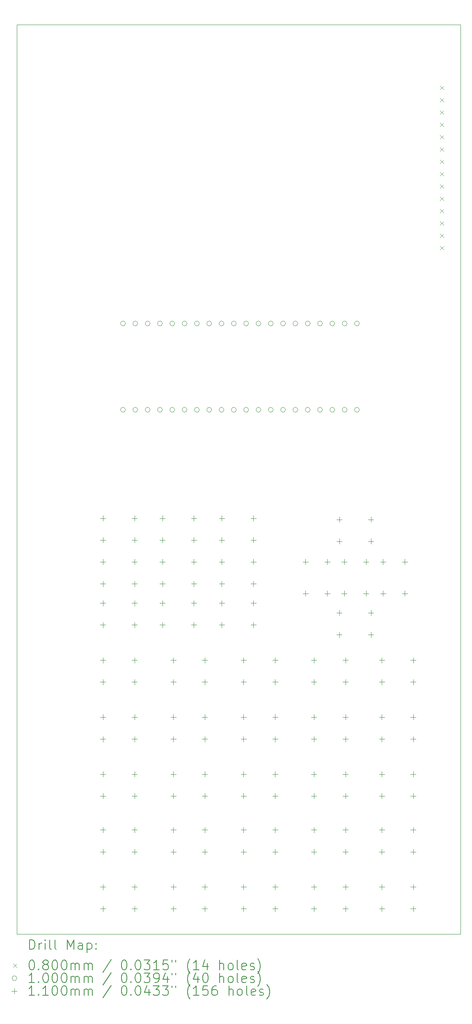
<source format=gbr>
%TF.GenerationSoftware,KiCad,Pcbnew,9.0.3-9.0.3-0~ubuntu24.04.1*%
%TF.CreationDate,2025-09-17T21:15:32+02:00*%
%TF.ProjectId,PCB_ SEPARATED,5043425f-2053-4455-9041-52415445442e,rev?*%
%TF.SameCoordinates,Original*%
%TF.FileFunction,Drillmap*%
%TF.FilePolarity,Positive*%
%FSLAX45Y45*%
G04 Gerber Fmt 4.5, Leading zero omitted, Abs format (unit mm)*
G04 Created by KiCad (PCBNEW 9.0.3-9.0.3-0~ubuntu24.04.1) date 2025-09-17 21:15:32*
%MOMM*%
%LPD*%
G01*
G04 APERTURE LIST*
%ADD10C,0.050000*%
%ADD11C,0.200000*%
%ADD12C,0.100000*%
%ADD13C,0.110000*%
G04 APERTURE END LIST*
D10*
X3946000Y-1450000D02*
X13096000Y-1450000D01*
X13096000Y-20200000D01*
X3946000Y-20200000D01*
X3946000Y-1450000D01*
D11*
D12*
X12670000Y-2709000D02*
X12750000Y-2789000D01*
X12750000Y-2709000D02*
X12670000Y-2789000D01*
X12670000Y-2963000D02*
X12750000Y-3043000D01*
X12750000Y-2963000D02*
X12670000Y-3043000D01*
X12670000Y-3217000D02*
X12750000Y-3297000D01*
X12750000Y-3217000D02*
X12670000Y-3297000D01*
X12670000Y-3471000D02*
X12750000Y-3551000D01*
X12750000Y-3471000D02*
X12670000Y-3551000D01*
X12670000Y-3725000D02*
X12750000Y-3805000D01*
X12750000Y-3725000D02*
X12670000Y-3805000D01*
X12670000Y-3979000D02*
X12750000Y-4059000D01*
X12750000Y-3979000D02*
X12670000Y-4059000D01*
X12670000Y-4233000D02*
X12750000Y-4313000D01*
X12750000Y-4233000D02*
X12670000Y-4313000D01*
X12670000Y-4487000D02*
X12750000Y-4567000D01*
X12750000Y-4487000D02*
X12670000Y-4567000D01*
X12670000Y-4741000D02*
X12750000Y-4821000D01*
X12750000Y-4741000D02*
X12670000Y-4821000D01*
X12670000Y-4995000D02*
X12750000Y-5075000D01*
X12750000Y-4995000D02*
X12670000Y-5075000D01*
X12670000Y-5249000D02*
X12750000Y-5329000D01*
X12750000Y-5249000D02*
X12670000Y-5329000D01*
X12670000Y-5503000D02*
X12750000Y-5583000D01*
X12750000Y-5503000D02*
X12670000Y-5583000D01*
X12670000Y-5757000D02*
X12750000Y-5837000D01*
X12750000Y-5757000D02*
X12670000Y-5837000D01*
X12670000Y-6011000D02*
X12750000Y-6091000D01*
X12750000Y-6011000D02*
X12670000Y-6091000D01*
X6183000Y-7611000D02*
G75*
G02*
X6083000Y-7611000I-50000J0D01*
G01*
X6083000Y-7611000D02*
G75*
G02*
X6183000Y-7611000I50000J0D01*
G01*
X6183000Y-9389000D02*
G75*
G02*
X6083000Y-9389000I-50000J0D01*
G01*
X6083000Y-9389000D02*
G75*
G02*
X6183000Y-9389000I50000J0D01*
G01*
X6437000Y-7611000D02*
G75*
G02*
X6337000Y-7611000I-50000J0D01*
G01*
X6337000Y-7611000D02*
G75*
G02*
X6437000Y-7611000I50000J0D01*
G01*
X6437000Y-9389000D02*
G75*
G02*
X6337000Y-9389000I-50000J0D01*
G01*
X6337000Y-9389000D02*
G75*
G02*
X6437000Y-9389000I50000J0D01*
G01*
X6691000Y-7611000D02*
G75*
G02*
X6591000Y-7611000I-50000J0D01*
G01*
X6591000Y-7611000D02*
G75*
G02*
X6691000Y-7611000I50000J0D01*
G01*
X6691000Y-9389000D02*
G75*
G02*
X6591000Y-9389000I-50000J0D01*
G01*
X6591000Y-9389000D02*
G75*
G02*
X6691000Y-9389000I50000J0D01*
G01*
X6945000Y-7611000D02*
G75*
G02*
X6845000Y-7611000I-50000J0D01*
G01*
X6845000Y-7611000D02*
G75*
G02*
X6945000Y-7611000I50000J0D01*
G01*
X6945000Y-9389000D02*
G75*
G02*
X6845000Y-9389000I-50000J0D01*
G01*
X6845000Y-9389000D02*
G75*
G02*
X6945000Y-9389000I50000J0D01*
G01*
X7199000Y-7611000D02*
G75*
G02*
X7099000Y-7611000I-50000J0D01*
G01*
X7099000Y-7611000D02*
G75*
G02*
X7199000Y-7611000I50000J0D01*
G01*
X7199000Y-9389000D02*
G75*
G02*
X7099000Y-9389000I-50000J0D01*
G01*
X7099000Y-9389000D02*
G75*
G02*
X7199000Y-9389000I50000J0D01*
G01*
X7453000Y-7611000D02*
G75*
G02*
X7353000Y-7611000I-50000J0D01*
G01*
X7353000Y-7611000D02*
G75*
G02*
X7453000Y-7611000I50000J0D01*
G01*
X7453000Y-9389000D02*
G75*
G02*
X7353000Y-9389000I-50000J0D01*
G01*
X7353000Y-9389000D02*
G75*
G02*
X7453000Y-9389000I50000J0D01*
G01*
X7707000Y-7611000D02*
G75*
G02*
X7607000Y-7611000I-50000J0D01*
G01*
X7607000Y-7611000D02*
G75*
G02*
X7707000Y-7611000I50000J0D01*
G01*
X7707000Y-9389000D02*
G75*
G02*
X7607000Y-9389000I-50000J0D01*
G01*
X7607000Y-9389000D02*
G75*
G02*
X7707000Y-9389000I50000J0D01*
G01*
X7961000Y-7611000D02*
G75*
G02*
X7861000Y-7611000I-50000J0D01*
G01*
X7861000Y-7611000D02*
G75*
G02*
X7961000Y-7611000I50000J0D01*
G01*
X7961000Y-9389000D02*
G75*
G02*
X7861000Y-9389000I-50000J0D01*
G01*
X7861000Y-9389000D02*
G75*
G02*
X7961000Y-9389000I50000J0D01*
G01*
X8215000Y-7611000D02*
G75*
G02*
X8115000Y-7611000I-50000J0D01*
G01*
X8115000Y-7611000D02*
G75*
G02*
X8215000Y-7611000I50000J0D01*
G01*
X8215000Y-9389000D02*
G75*
G02*
X8115000Y-9389000I-50000J0D01*
G01*
X8115000Y-9389000D02*
G75*
G02*
X8215000Y-9389000I50000J0D01*
G01*
X8469000Y-7611000D02*
G75*
G02*
X8369000Y-7611000I-50000J0D01*
G01*
X8369000Y-7611000D02*
G75*
G02*
X8469000Y-7611000I50000J0D01*
G01*
X8469000Y-9389000D02*
G75*
G02*
X8369000Y-9389000I-50000J0D01*
G01*
X8369000Y-9389000D02*
G75*
G02*
X8469000Y-9389000I50000J0D01*
G01*
X8723000Y-7611000D02*
G75*
G02*
X8623000Y-7611000I-50000J0D01*
G01*
X8623000Y-7611000D02*
G75*
G02*
X8723000Y-7611000I50000J0D01*
G01*
X8723000Y-9389000D02*
G75*
G02*
X8623000Y-9389000I-50000J0D01*
G01*
X8623000Y-9389000D02*
G75*
G02*
X8723000Y-9389000I50000J0D01*
G01*
X8977000Y-7611000D02*
G75*
G02*
X8877000Y-7611000I-50000J0D01*
G01*
X8877000Y-7611000D02*
G75*
G02*
X8977000Y-7611000I50000J0D01*
G01*
X8977000Y-9389000D02*
G75*
G02*
X8877000Y-9389000I-50000J0D01*
G01*
X8877000Y-9389000D02*
G75*
G02*
X8977000Y-9389000I50000J0D01*
G01*
X9231000Y-7611000D02*
G75*
G02*
X9131000Y-7611000I-50000J0D01*
G01*
X9131000Y-7611000D02*
G75*
G02*
X9231000Y-7611000I50000J0D01*
G01*
X9231000Y-9389000D02*
G75*
G02*
X9131000Y-9389000I-50000J0D01*
G01*
X9131000Y-9389000D02*
G75*
G02*
X9231000Y-9389000I50000J0D01*
G01*
X9485000Y-7611000D02*
G75*
G02*
X9385000Y-7611000I-50000J0D01*
G01*
X9385000Y-7611000D02*
G75*
G02*
X9485000Y-7611000I50000J0D01*
G01*
X9485000Y-9389000D02*
G75*
G02*
X9385000Y-9389000I-50000J0D01*
G01*
X9385000Y-9389000D02*
G75*
G02*
X9485000Y-9389000I50000J0D01*
G01*
X9739000Y-7611000D02*
G75*
G02*
X9639000Y-7611000I-50000J0D01*
G01*
X9639000Y-7611000D02*
G75*
G02*
X9739000Y-7611000I50000J0D01*
G01*
X9739000Y-9389000D02*
G75*
G02*
X9639000Y-9389000I-50000J0D01*
G01*
X9639000Y-9389000D02*
G75*
G02*
X9739000Y-9389000I50000J0D01*
G01*
X9993000Y-7611000D02*
G75*
G02*
X9893000Y-7611000I-50000J0D01*
G01*
X9893000Y-7611000D02*
G75*
G02*
X9993000Y-7611000I50000J0D01*
G01*
X9993000Y-9389000D02*
G75*
G02*
X9893000Y-9389000I-50000J0D01*
G01*
X9893000Y-9389000D02*
G75*
G02*
X9993000Y-9389000I50000J0D01*
G01*
X10247000Y-7611000D02*
G75*
G02*
X10147000Y-7611000I-50000J0D01*
G01*
X10147000Y-7611000D02*
G75*
G02*
X10247000Y-7611000I50000J0D01*
G01*
X10247000Y-9389000D02*
G75*
G02*
X10147000Y-9389000I-50000J0D01*
G01*
X10147000Y-9389000D02*
G75*
G02*
X10247000Y-9389000I50000J0D01*
G01*
X10501000Y-7611000D02*
G75*
G02*
X10401000Y-7611000I-50000J0D01*
G01*
X10401000Y-7611000D02*
G75*
G02*
X10501000Y-7611000I50000J0D01*
G01*
X10501000Y-9389000D02*
G75*
G02*
X10401000Y-9389000I-50000J0D01*
G01*
X10401000Y-9389000D02*
G75*
G02*
X10501000Y-9389000I50000J0D01*
G01*
X10755000Y-7611000D02*
G75*
G02*
X10655000Y-7611000I-50000J0D01*
G01*
X10655000Y-7611000D02*
G75*
G02*
X10755000Y-7611000I50000J0D01*
G01*
X10755000Y-9389000D02*
G75*
G02*
X10655000Y-9389000I-50000J0D01*
G01*
X10655000Y-9389000D02*
G75*
G02*
X10755000Y-9389000I50000J0D01*
G01*
X11009000Y-7611000D02*
G75*
G02*
X10909000Y-7611000I-50000J0D01*
G01*
X10909000Y-7611000D02*
G75*
G02*
X11009000Y-7611000I50000J0D01*
G01*
X11009000Y-9389000D02*
G75*
G02*
X10909000Y-9389000I-50000J0D01*
G01*
X10909000Y-9389000D02*
G75*
G02*
X11009000Y-9389000I50000J0D01*
G01*
D13*
X5721000Y-11570000D02*
X5721000Y-11680000D01*
X5666000Y-11625000D02*
X5776000Y-11625000D01*
X5721000Y-12020000D02*
X5721000Y-12130000D01*
X5666000Y-12075000D02*
X5776000Y-12075000D01*
X5721000Y-12470000D02*
X5721000Y-12580000D01*
X5666000Y-12525000D02*
X5776000Y-12525000D01*
X5721000Y-12920000D02*
X5721000Y-13030000D01*
X5666000Y-12975000D02*
X5776000Y-12975000D01*
X5721000Y-13320000D02*
X5721000Y-13430000D01*
X5666000Y-13375000D02*
X5776000Y-13375000D01*
X5721000Y-13770000D02*
X5721000Y-13880000D01*
X5666000Y-13825000D02*
X5776000Y-13825000D01*
X5721000Y-14495000D02*
X5721000Y-14605000D01*
X5666000Y-14550000D02*
X5776000Y-14550000D01*
X5721000Y-14945000D02*
X5721000Y-15055000D01*
X5666000Y-15000000D02*
X5776000Y-15000000D01*
X5721000Y-15670000D02*
X5721000Y-15780000D01*
X5666000Y-15725000D02*
X5776000Y-15725000D01*
X5721000Y-16120000D02*
X5721000Y-16230000D01*
X5666000Y-16175000D02*
X5776000Y-16175000D01*
X5721000Y-16845000D02*
X5721000Y-16955000D01*
X5666000Y-16900000D02*
X5776000Y-16900000D01*
X5721000Y-17295000D02*
X5721000Y-17405000D01*
X5666000Y-17350000D02*
X5776000Y-17350000D01*
X5721000Y-17995000D02*
X5721000Y-18105000D01*
X5666000Y-18050000D02*
X5776000Y-18050000D01*
X5721000Y-18445000D02*
X5721000Y-18555000D01*
X5666000Y-18500000D02*
X5776000Y-18500000D01*
X5721000Y-19170000D02*
X5721000Y-19280000D01*
X5666000Y-19225000D02*
X5776000Y-19225000D01*
X5721000Y-19620000D02*
X5721000Y-19730000D01*
X5666000Y-19675000D02*
X5776000Y-19675000D01*
X6371000Y-11570000D02*
X6371000Y-11680000D01*
X6316000Y-11625000D02*
X6426000Y-11625000D01*
X6371000Y-12020000D02*
X6371000Y-12130000D01*
X6316000Y-12075000D02*
X6426000Y-12075000D01*
X6371000Y-12470000D02*
X6371000Y-12580000D01*
X6316000Y-12525000D02*
X6426000Y-12525000D01*
X6371000Y-12920000D02*
X6371000Y-13030000D01*
X6316000Y-12975000D02*
X6426000Y-12975000D01*
X6371000Y-13320000D02*
X6371000Y-13430000D01*
X6316000Y-13375000D02*
X6426000Y-13375000D01*
X6371000Y-13770000D02*
X6371000Y-13880000D01*
X6316000Y-13825000D02*
X6426000Y-13825000D01*
X6371000Y-14495000D02*
X6371000Y-14605000D01*
X6316000Y-14550000D02*
X6426000Y-14550000D01*
X6371000Y-14945000D02*
X6371000Y-15055000D01*
X6316000Y-15000000D02*
X6426000Y-15000000D01*
X6371000Y-15670000D02*
X6371000Y-15780000D01*
X6316000Y-15725000D02*
X6426000Y-15725000D01*
X6371000Y-16120000D02*
X6371000Y-16230000D01*
X6316000Y-16175000D02*
X6426000Y-16175000D01*
X6371000Y-16845000D02*
X6371000Y-16955000D01*
X6316000Y-16900000D02*
X6426000Y-16900000D01*
X6371000Y-17295000D02*
X6371000Y-17405000D01*
X6316000Y-17350000D02*
X6426000Y-17350000D01*
X6371000Y-17995000D02*
X6371000Y-18105000D01*
X6316000Y-18050000D02*
X6426000Y-18050000D01*
X6371000Y-18445000D02*
X6371000Y-18555000D01*
X6316000Y-18500000D02*
X6426000Y-18500000D01*
X6371000Y-19170000D02*
X6371000Y-19280000D01*
X6316000Y-19225000D02*
X6426000Y-19225000D01*
X6371000Y-19620000D02*
X6371000Y-19730000D01*
X6316000Y-19675000D02*
X6426000Y-19675000D01*
X6946000Y-11570000D02*
X6946000Y-11680000D01*
X6891000Y-11625000D02*
X7001000Y-11625000D01*
X6946000Y-12020000D02*
X6946000Y-12130000D01*
X6891000Y-12075000D02*
X7001000Y-12075000D01*
X6946000Y-12470000D02*
X6946000Y-12580000D01*
X6891000Y-12525000D02*
X7001000Y-12525000D01*
X6946000Y-12920000D02*
X6946000Y-13030000D01*
X6891000Y-12975000D02*
X7001000Y-12975000D01*
X6946000Y-13320000D02*
X6946000Y-13430000D01*
X6891000Y-13375000D02*
X7001000Y-13375000D01*
X6946000Y-13770000D02*
X6946000Y-13880000D01*
X6891000Y-13825000D02*
X7001000Y-13825000D01*
X7171000Y-14495000D02*
X7171000Y-14605000D01*
X7116000Y-14550000D02*
X7226000Y-14550000D01*
X7171000Y-14945000D02*
X7171000Y-15055000D01*
X7116000Y-15000000D02*
X7226000Y-15000000D01*
X7171000Y-15670000D02*
X7171000Y-15780000D01*
X7116000Y-15725000D02*
X7226000Y-15725000D01*
X7171000Y-16120000D02*
X7171000Y-16230000D01*
X7116000Y-16175000D02*
X7226000Y-16175000D01*
X7171000Y-16845000D02*
X7171000Y-16955000D01*
X7116000Y-16900000D02*
X7226000Y-16900000D01*
X7171000Y-17295000D02*
X7171000Y-17405000D01*
X7116000Y-17350000D02*
X7226000Y-17350000D01*
X7171000Y-17995000D02*
X7171000Y-18105000D01*
X7116000Y-18050000D02*
X7226000Y-18050000D01*
X7171000Y-18445000D02*
X7171000Y-18555000D01*
X7116000Y-18500000D02*
X7226000Y-18500000D01*
X7171000Y-19170000D02*
X7171000Y-19280000D01*
X7116000Y-19225000D02*
X7226000Y-19225000D01*
X7171000Y-19620000D02*
X7171000Y-19730000D01*
X7116000Y-19675000D02*
X7226000Y-19675000D01*
X7596000Y-11570000D02*
X7596000Y-11680000D01*
X7541000Y-11625000D02*
X7651000Y-11625000D01*
X7596000Y-12020000D02*
X7596000Y-12130000D01*
X7541000Y-12075000D02*
X7651000Y-12075000D01*
X7596000Y-12470000D02*
X7596000Y-12580000D01*
X7541000Y-12525000D02*
X7651000Y-12525000D01*
X7596000Y-12920000D02*
X7596000Y-13030000D01*
X7541000Y-12975000D02*
X7651000Y-12975000D01*
X7596000Y-13320000D02*
X7596000Y-13430000D01*
X7541000Y-13375000D02*
X7651000Y-13375000D01*
X7596000Y-13770000D02*
X7596000Y-13880000D01*
X7541000Y-13825000D02*
X7651000Y-13825000D01*
X7821000Y-14495000D02*
X7821000Y-14605000D01*
X7766000Y-14550000D02*
X7876000Y-14550000D01*
X7821000Y-14945000D02*
X7821000Y-15055000D01*
X7766000Y-15000000D02*
X7876000Y-15000000D01*
X7821000Y-15670000D02*
X7821000Y-15780000D01*
X7766000Y-15725000D02*
X7876000Y-15725000D01*
X7821000Y-16120000D02*
X7821000Y-16230000D01*
X7766000Y-16175000D02*
X7876000Y-16175000D01*
X7821000Y-16845000D02*
X7821000Y-16955000D01*
X7766000Y-16900000D02*
X7876000Y-16900000D01*
X7821000Y-17295000D02*
X7821000Y-17405000D01*
X7766000Y-17350000D02*
X7876000Y-17350000D01*
X7821000Y-17995000D02*
X7821000Y-18105000D01*
X7766000Y-18050000D02*
X7876000Y-18050000D01*
X7821000Y-18445000D02*
X7821000Y-18555000D01*
X7766000Y-18500000D02*
X7876000Y-18500000D01*
X7821000Y-19170000D02*
X7821000Y-19280000D01*
X7766000Y-19225000D02*
X7876000Y-19225000D01*
X7821000Y-19620000D02*
X7821000Y-19730000D01*
X7766000Y-19675000D02*
X7876000Y-19675000D01*
X8171000Y-11570000D02*
X8171000Y-11680000D01*
X8116000Y-11625000D02*
X8226000Y-11625000D01*
X8171000Y-12020000D02*
X8171000Y-12130000D01*
X8116000Y-12075000D02*
X8226000Y-12075000D01*
X8171000Y-12470000D02*
X8171000Y-12580000D01*
X8116000Y-12525000D02*
X8226000Y-12525000D01*
X8171000Y-12920000D02*
X8171000Y-13030000D01*
X8116000Y-12975000D02*
X8226000Y-12975000D01*
X8171000Y-13320000D02*
X8171000Y-13430000D01*
X8116000Y-13375000D02*
X8226000Y-13375000D01*
X8171000Y-13770000D02*
X8171000Y-13880000D01*
X8116000Y-13825000D02*
X8226000Y-13825000D01*
X8621000Y-14495000D02*
X8621000Y-14605000D01*
X8566000Y-14550000D02*
X8676000Y-14550000D01*
X8621000Y-14945000D02*
X8621000Y-15055000D01*
X8566000Y-15000000D02*
X8676000Y-15000000D01*
X8621000Y-15670000D02*
X8621000Y-15780000D01*
X8566000Y-15725000D02*
X8676000Y-15725000D01*
X8621000Y-16120000D02*
X8621000Y-16230000D01*
X8566000Y-16175000D02*
X8676000Y-16175000D01*
X8621000Y-16845000D02*
X8621000Y-16955000D01*
X8566000Y-16900000D02*
X8676000Y-16900000D01*
X8621000Y-17295000D02*
X8621000Y-17405000D01*
X8566000Y-17350000D02*
X8676000Y-17350000D01*
X8621000Y-17995000D02*
X8621000Y-18105000D01*
X8566000Y-18050000D02*
X8676000Y-18050000D01*
X8621000Y-18445000D02*
X8621000Y-18555000D01*
X8566000Y-18500000D02*
X8676000Y-18500000D01*
X8621000Y-19170000D02*
X8621000Y-19280000D01*
X8566000Y-19225000D02*
X8676000Y-19225000D01*
X8621000Y-19620000D02*
X8621000Y-19730000D01*
X8566000Y-19675000D02*
X8676000Y-19675000D01*
X8821000Y-11570000D02*
X8821000Y-11680000D01*
X8766000Y-11625000D02*
X8876000Y-11625000D01*
X8821000Y-12020000D02*
X8821000Y-12130000D01*
X8766000Y-12075000D02*
X8876000Y-12075000D01*
X8821000Y-12470000D02*
X8821000Y-12580000D01*
X8766000Y-12525000D02*
X8876000Y-12525000D01*
X8821000Y-12920000D02*
X8821000Y-13030000D01*
X8766000Y-12975000D02*
X8876000Y-12975000D01*
X8821000Y-13320000D02*
X8821000Y-13430000D01*
X8766000Y-13375000D02*
X8876000Y-13375000D01*
X8821000Y-13770000D02*
X8821000Y-13880000D01*
X8766000Y-13825000D02*
X8876000Y-13825000D01*
X9271000Y-14495000D02*
X9271000Y-14605000D01*
X9216000Y-14550000D02*
X9326000Y-14550000D01*
X9271000Y-14945000D02*
X9271000Y-15055000D01*
X9216000Y-15000000D02*
X9326000Y-15000000D01*
X9271000Y-15670000D02*
X9271000Y-15780000D01*
X9216000Y-15725000D02*
X9326000Y-15725000D01*
X9271000Y-16120000D02*
X9271000Y-16230000D01*
X9216000Y-16175000D02*
X9326000Y-16175000D01*
X9271000Y-16845000D02*
X9271000Y-16955000D01*
X9216000Y-16900000D02*
X9326000Y-16900000D01*
X9271000Y-17295000D02*
X9271000Y-17405000D01*
X9216000Y-17350000D02*
X9326000Y-17350000D01*
X9271000Y-17995000D02*
X9271000Y-18105000D01*
X9216000Y-18050000D02*
X9326000Y-18050000D01*
X9271000Y-18445000D02*
X9271000Y-18555000D01*
X9216000Y-18500000D02*
X9326000Y-18500000D01*
X9271000Y-19170000D02*
X9271000Y-19280000D01*
X9216000Y-19225000D02*
X9326000Y-19225000D01*
X9271000Y-19620000D02*
X9271000Y-19730000D01*
X9216000Y-19675000D02*
X9326000Y-19675000D01*
X9896000Y-12470000D02*
X9896000Y-12580000D01*
X9841000Y-12525000D02*
X9951000Y-12525000D01*
X9896000Y-13120000D02*
X9896000Y-13230000D01*
X9841000Y-13175000D02*
X9951000Y-13175000D01*
X10071000Y-14495000D02*
X10071000Y-14605000D01*
X10016000Y-14550000D02*
X10126000Y-14550000D01*
X10071000Y-14945000D02*
X10071000Y-15055000D01*
X10016000Y-15000000D02*
X10126000Y-15000000D01*
X10071000Y-15670000D02*
X10071000Y-15780000D01*
X10016000Y-15725000D02*
X10126000Y-15725000D01*
X10071000Y-16120000D02*
X10071000Y-16230000D01*
X10016000Y-16175000D02*
X10126000Y-16175000D01*
X10071000Y-16845000D02*
X10071000Y-16955000D01*
X10016000Y-16900000D02*
X10126000Y-16900000D01*
X10071000Y-17295000D02*
X10071000Y-17405000D01*
X10016000Y-17350000D02*
X10126000Y-17350000D01*
X10071000Y-17995000D02*
X10071000Y-18105000D01*
X10016000Y-18050000D02*
X10126000Y-18050000D01*
X10071000Y-18445000D02*
X10071000Y-18555000D01*
X10016000Y-18500000D02*
X10126000Y-18500000D01*
X10071000Y-19170000D02*
X10071000Y-19280000D01*
X10016000Y-19225000D02*
X10126000Y-19225000D01*
X10071000Y-19620000D02*
X10071000Y-19730000D01*
X10016000Y-19675000D02*
X10126000Y-19675000D01*
X10346000Y-12470000D02*
X10346000Y-12580000D01*
X10291000Y-12525000D02*
X10401000Y-12525000D01*
X10346000Y-13120000D02*
X10346000Y-13230000D01*
X10291000Y-13175000D02*
X10401000Y-13175000D01*
X10596000Y-11595000D02*
X10596000Y-11705000D01*
X10541000Y-11650000D02*
X10651000Y-11650000D01*
X10596000Y-12045000D02*
X10596000Y-12155000D01*
X10541000Y-12100000D02*
X10651000Y-12100000D01*
X10596000Y-13520000D02*
X10596000Y-13630000D01*
X10541000Y-13575000D02*
X10651000Y-13575000D01*
X10596000Y-13970000D02*
X10596000Y-14080000D01*
X10541000Y-14025000D02*
X10651000Y-14025000D01*
X10696000Y-12470000D02*
X10696000Y-12580000D01*
X10641000Y-12525000D02*
X10751000Y-12525000D01*
X10696000Y-13120000D02*
X10696000Y-13230000D01*
X10641000Y-13175000D02*
X10751000Y-13175000D01*
X10721000Y-14495000D02*
X10721000Y-14605000D01*
X10666000Y-14550000D02*
X10776000Y-14550000D01*
X10721000Y-14945000D02*
X10721000Y-15055000D01*
X10666000Y-15000000D02*
X10776000Y-15000000D01*
X10721000Y-15670000D02*
X10721000Y-15780000D01*
X10666000Y-15725000D02*
X10776000Y-15725000D01*
X10721000Y-16120000D02*
X10721000Y-16230000D01*
X10666000Y-16175000D02*
X10776000Y-16175000D01*
X10721000Y-16845000D02*
X10721000Y-16955000D01*
X10666000Y-16900000D02*
X10776000Y-16900000D01*
X10721000Y-17295000D02*
X10721000Y-17405000D01*
X10666000Y-17350000D02*
X10776000Y-17350000D01*
X10721000Y-17995000D02*
X10721000Y-18105000D01*
X10666000Y-18050000D02*
X10776000Y-18050000D01*
X10721000Y-18445000D02*
X10721000Y-18555000D01*
X10666000Y-18500000D02*
X10776000Y-18500000D01*
X10721000Y-19170000D02*
X10721000Y-19280000D01*
X10666000Y-19225000D02*
X10776000Y-19225000D01*
X10721000Y-19620000D02*
X10721000Y-19730000D01*
X10666000Y-19675000D02*
X10776000Y-19675000D01*
X11146000Y-12470000D02*
X11146000Y-12580000D01*
X11091000Y-12525000D02*
X11201000Y-12525000D01*
X11146000Y-13120000D02*
X11146000Y-13230000D01*
X11091000Y-13175000D02*
X11201000Y-13175000D01*
X11246000Y-11595000D02*
X11246000Y-11705000D01*
X11191000Y-11650000D02*
X11301000Y-11650000D01*
X11246000Y-12045000D02*
X11246000Y-12155000D01*
X11191000Y-12100000D02*
X11301000Y-12100000D01*
X11246000Y-13520000D02*
X11246000Y-13630000D01*
X11191000Y-13575000D02*
X11301000Y-13575000D01*
X11246000Y-13970000D02*
X11246000Y-14080000D01*
X11191000Y-14025000D02*
X11301000Y-14025000D01*
X11471000Y-14495000D02*
X11471000Y-14605000D01*
X11416000Y-14550000D02*
X11526000Y-14550000D01*
X11471000Y-14945000D02*
X11471000Y-15055000D01*
X11416000Y-15000000D02*
X11526000Y-15000000D01*
X11471000Y-15670000D02*
X11471000Y-15780000D01*
X11416000Y-15725000D02*
X11526000Y-15725000D01*
X11471000Y-16120000D02*
X11471000Y-16230000D01*
X11416000Y-16175000D02*
X11526000Y-16175000D01*
X11471000Y-16845000D02*
X11471000Y-16955000D01*
X11416000Y-16900000D02*
X11526000Y-16900000D01*
X11471000Y-17295000D02*
X11471000Y-17405000D01*
X11416000Y-17350000D02*
X11526000Y-17350000D01*
X11471000Y-17995000D02*
X11471000Y-18105000D01*
X11416000Y-18050000D02*
X11526000Y-18050000D01*
X11471000Y-18445000D02*
X11471000Y-18555000D01*
X11416000Y-18500000D02*
X11526000Y-18500000D01*
X11471000Y-19170000D02*
X11471000Y-19280000D01*
X11416000Y-19225000D02*
X11526000Y-19225000D01*
X11471000Y-19620000D02*
X11471000Y-19730000D01*
X11416000Y-19675000D02*
X11526000Y-19675000D01*
X11496000Y-12470000D02*
X11496000Y-12580000D01*
X11441000Y-12525000D02*
X11551000Y-12525000D01*
X11496000Y-13120000D02*
X11496000Y-13230000D01*
X11441000Y-13175000D02*
X11551000Y-13175000D01*
X11946000Y-12470000D02*
X11946000Y-12580000D01*
X11891000Y-12525000D02*
X12001000Y-12525000D01*
X11946000Y-13120000D02*
X11946000Y-13230000D01*
X11891000Y-13175000D02*
X12001000Y-13175000D01*
X12121000Y-14495000D02*
X12121000Y-14605000D01*
X12066000Y-14550000D02*
X12176000Y-14550000D01*
X12121000Y-14945000D02*
X12121000Y-15055000D01*
X12066000Y-15000000D02*
X12176000Y-15000000D01*
X12121000Y-15670000D02*
X12121000Y-15780000D01*
X12066000Y-15725000D02*
X12176000Y-15725000D01*
X12121000Y-16120000D02*
X12121000Y-16230000D01*
X12066000Y-16175000D02*
X12176000Y-16175000D01*
X12121000Y-16845000D02*
X12121000Y-16955000D01*
X12066000Y-16900000D02*
X12176000Y-16900000D01*
X12121000Y-17295000D02*
X12121000Y-17405000D01*
X12066000Y-17350000D02*
X12176000Y-17350000D01*
X12121000Y-17995000D02*
X12121000Y-18105000D01*
X12066000Y-18050000D02*
X12176000Y-18050000D01*
X12121000Y-18445000D02*
X12121000Y-18555000D01*
X12066000Y-18500000D02*
X12176000Y-18500000D01*
X12121000Y-19170000D02*
X12121000Y-19280000D01*
X12066000Y-19225000D02*
X12176000Y-19225000D01*
X12121000Y-19620000D02*
X12121000Y-19730000D01*
X12066000Y-19675000D02*
X12176000Y-19675000D01*
D11*
X4204277Y-20513984D02*
X4204277Y-20313984D01*
X4204277Y-20313984D02*
X4251896Y-20313984D01*
X4251896Y-20313984D02*
X4280467Y-20323508D01*
X4280467Y-20323508D02*
X4299515Y-20342555D01*
X4299515Y-20342555D02*
X4309039Y-20361603D01*
X4309039Y-20361603D02*
X4318563Y-20399698D01*
X4318563Y-20399698D02*
X4318563Y-20428270D01*
X4318563Y-20428270D02*
X4309039Y-20466365D01*
X4309039Y-20466365D02*
X4299515Y-20485412D01*
X4299515Y-20485412D02*
X4280467Y-20504460D01*
X4280467Y-20504460D02*
X4251896Y-20513984D01*
X4251896Y-20513984D02*
X4204277Y-20513984D01*
X4404277Y-20513984D02*
X4404277Y-20380650D01*
X4404277Y-20418746D02*
X4413801Y-20399698D01*
X4413801Y-20399698D02*
X4423324Y-20390174D01*
X4423324Y-20390174D02*
X4442372Y-20380650D01*
X4442372Y-20380650D02*
X4461420Y-20380650D01*
X4528086Y-20513984D02*
X4528086Y-20380650D01*
X4528086Y-20313984D02*
X4518563Y-20323508D01*
X4518563Y-20323508D02*
X4528086Y-20333031D01*
X4528086Y-20333031D02*
X4537610Y-20323508D01*
X4537610Y-20323508D02*
X4528086Y-20313984D01*
X4528086Y-20313984D02*
X4528086Y-20333031D01*
X4651896Y-20513984D02*
X4632848Y-20504460D01*
X4632848Y-20504460D02*
X4623324Y-20485412D01*
X4623324Y-20485412D02*
X4623324Y-20313984D01*
X4756658Y-20513984D02*
X4737610Y-20504460D01*
X4737610Y-20504460D02*
X4728086Y-20485412D01*
X4728086Y-20485412D02*
X4728086Y-20313984D01*
X4985229Y-20513984D02*
X4985229Y-20313984D01*
X4985229Y-20313984D02*
X5051896Y-20456841D01*
X5051896Y-20456841D02*
X5118563Y-20313984D01*
X5118563Y-20313984D02*
X5118563Y-20513984D01*
X5299515Y-20513984D02*
X5299515Y-20409222D01*
X5299515Y-20409222D02*
X5289991Y-20390174D01*
X5289991Y-20390174D02*
X5270944Y-20380650D01*
X5270944Y-20380650D02*
X5232848Y-20380650D01*
X5232848Y-20380650D02*
X5213801Y-20390174D01*
X5299515Y-20504460D02*
X5280467Y-20513984D01*
X5280467Y-20513984D02*
X5232848Y-20513984D01*
X5232848Y-20513984D02*
X5213801Y-20504460D01*
X5213801Y-20504460D02*
X5204277Y-20485412D01*
X5204277Y-20485412D02*
X5204277Y-20466365D01*
X5204277Y-20466365D02*
X5213801Y-20447317D01*
X5213801Y-20447317D02*
X5232848Y-20437793D01*
X5232848Y-20437793D02*
X5280467Y-20437793D01*
X5280467Y-20437793D02*
X5299515Y-20428270D01*
X5394753Y-20380650D02*
X5394753Y-20580650D01*
X5394753Y-20390174D02*
X5413801Y-20380650D01*
X5413801Y-20380650D02*
X5451896Y-20380650D01*
X5451896Y-20380650D02*
X5470944Y-20390174D01*
X5470944Y-20390174D02*
X5480467Y-20399698D01*
X5480467Y-20399698D02*
X5489991Y-20418746D01*
X5489991Y-20418746D02*
X5489991Y-20475889D01*
X5489991Y-20475889D02*
X5480467Y-20494936D01*
X5480467Y-20494936D02*
X5470944Y-20504460D01*
X5470944Y-20504460D02*
X5451896Y-20513984D01*
X5451896Y-20513984D02*
X5413801Y-20513984D01*
X5413801Y-20513984D02*
X5394753Y-20504460D01*
X5575705Y-20494936D02*
X5585229Y-20504460D01*
X5585229Y-20504460D02*
X5575705Y-20513984D01*
X5575705Y-20513984D02*
X5566182Y-20504460D01*
X5566182Y-20504460D02*
X5575705Y-20494936D01*
X5575705Y-20494936D02*
X5575705Y-20513984D01*
X5575705Y-20390174D02*
X5585229Y-20399698D01*
X5585229Y-20399698D02*
X5575705Y-20409222D01*
X5575705Y-20409222D02*
X5566182Y-20399698D01*
X5566182Y-20399698D02*
X5575705Y-20390174D01*
X5575705Y-20390174D02*
X5575705Y-20409222D01*
D12*
X3863500Y-20802500D02*
X3943500Y-20882500D01*
X3943500Y-20802500D02*
X3863500Y-20882500D01*
D11*
X4242372Y-20733984D02*
X4261420Y-20733984D01*
X4261420Y-20733984D02*
X4280467Y-20743508D01*
X4280467Y-20743508D02*
X4289991Y-20753031D01*
X4289991Y-20753031D02*
X4299515Y-20772079D01*
X4299515Y-20772079D02*
X4309039Y-20810174D01*
X4309039Y-20810174D02*
X4309039Y-20857793D01*
X4309039Y-20857793D02*
X4299515Y-20895889D01*
X4299515Y-20895889D02*
X4289991Y-20914936D01*
X4289991Y-20914936D02*
X4280467Y-20924460D01*
X4280467Y-20924460D02*
X4261420Y-20933984D01*
X4261420Y-20933984D02*
X4242372Y-20933984D01*
X4242372Y-20933984D02*
X4223324Y-20924460D01*
X4223324Y-20924460D02*
X4213801Y-20914936D01*
X4213801Y-20914936D02*
X4204277Y-20895889D01*
X4204277Y-20895889D02*
X4194753Y-20857793D01*
X4194753Y-20857793D02*
X4194753Y-20810174D01*
X4194753Y-20810174D02*
X4204277Y-20772079D01*
X4204277Y-20772079D02*
X4213801Y-20753031D01*
X4213801Y-20753031D02*
X4223324Y-20743508D01*
X4223324Y-20743508D02*
X4242372Y-20733984D01*
X4394753Y-20914936D02*
X4404277Y-20924460D01*
X4404277Y-20924460D02*
X4394753Y-20933984D01*
X4394753Y-20933984D02*
X4385229Y-20924460D01*
X4385229Y-20924460D02*
X4394753Y-20914936D01*
X4394753Y-20914936D02*
X4394753Y-20933984D01*
X4518563Y-20819698D02*
X4499515Y-20810174D01*
X4499515Y-20810174D02*
X4489991Y-20800650D01*
X4489991Y-20800650D02*
X4480467Y-20781603D01*
X4480467Y-20781603D02*
X4480467Y-20772079D01*
X4480467Y-20772079D02*
X4489991Y-20753031D01*
X4489991Y-20753031D02*
X4499515Y-20743508D01*
X4499515Y-20743508D02*
X4518563Y-20733984D01*
X4518563Y-20733984D02*
X4556658Y-20733984D01*
X4556658Y-20733984D02*
X4575705Y-20743508D01*
X4575705Y-20743508D02*
X4585229Y-20753031D01*
X4585229Y-20753031D02*
X4594753Y-20772079D01*
X4594753Y-20772079D02*
X4594753Y-20781603D01*
X4594753Y-20781603D02*
X4585229Y-20800650D01*
X4585229Y-20800650D02*
X4575705Y-20810174D01*
X4575705Y-20810174D02*
X4556658Y-20819698D01*
X4556658Y-20819698D02*
X4518563Y-20819698D01*
X4518563Y-20819698D02*
X4499515Y-20829222D01*
X4499515Y-20829222D02*
X4489991Y-20838746D01*
X4489991Y-20838746D02*
X4480467Y-20857793D01*
X4480467Y-20857793D02*
X4480467Y-20895889D01*
X4480467Y-20895889D02*
X4489991Y-20914936D01*
X4489991Y-20914936D02*
X4499515Y-20924460D01*
X4499515Y-20924460D02*
X4518563Y-20933984D01*
X4518563Y-20933984D02*
X4556658Y-20933984D01*
X4556658Y-20933984D02*
X4575705Y-20924460D01*
X4575705Y-20924460D02*
X4585229Y-20914936D01*
X4585229Y-20914936D02*
X4594753Y-20895889D01*
X4594753Y-20895889D02*
X4594753Y-20857793D01*
X4594753Y-20857793D02*
X4585229Y-20838746D01*
X4585229Y-20838746D02*
X4575705Y-20829222D01*
X4575705Y-20829222D02*
X4556658Y-20819698D01*
X4718563Y-20733984D02*
X4737610Y-20733984D01*
X4737610Y-20733984D02*
X4756658Y-20743508D01*
X4756658Y-20743508D02*
X4766182Y-20753031D01*
X4766182Y-20753031D02*
X4775705Y-20772079D01*
X4775705Y-20772079D02*
X4785229Y-20810174D01*
X4785229Y-20810174D02*
X4785229Y-20857793D01*
X4785229Y-20857793D02*
X4775705Y-20895889D01*
X4775705Y-20895889D02*
X4766182Y-20914936D01*
X4766182Y-20914936D02*
X4756658Y-20924460D01*
X4756658Y-20924460D02*
X4737610Y-20933984D01*
X4737610Y-20933984D02*
X4718563Y-20933984D01*
X4718563Y-20933984D02*
X4699515Y-20924460D01*
X4699515Y-20924460D02*
X4689991Y-20914936D01*
X4689991Y-20914936D02*
X4680467Y-20895889D01*
X4680467Y-20895889D02*
X4670944Y-20857793D01*
X4670944Y-20857793D02*
X4670944Y-20810174D01*
X4670944Y-20810174D02*
X4680467Y-20772079D01*
X4680467Y-20772079D02*
X4689991Y-20753031D01*
X4689991Y-20753031D02*
X4699515Y-20743508D01*
X4699515Y-20743508D02*
X4718563Y-20733984D01*
X4909039Y-20733984D02*
X4928086Y-20733984D01*
X4928086Y-20733984D02*
X4947134Y-20743508D01*
X4947134Y-20743508D02*
X4956658Y-20753031D01*
X4956658Y-20753031D02*
X4966182Y-20772079D01*
X4966182Y-20772079D02*
X4975705Y-20810174D01*
X4975705Y-20810174D02*
X4975705Y-20857793D01*
X4975705Y-20857793D02*
X4966182Y-20895889D01*
X4966182Y-20895889D02*
X4956658Y-20914936D01*
X4956658Y-20914936D02*
X4947134Y-20924460D01*
X4947134Y-20924460D02*
X4928086Y-20933984D01*
X4928086Y-20933984D02*
X4909039Y-20933984D01*
X4909039Y-20933984D02*
X4889991Y-20924460D01*
X4889991Y-20924460D02*
X4880467Y-20914936D01*
X4880467Y-20914936D02*
X4870944Y-20895889D01*
X4870944Y-20895889D02*
X4861420Y-20857793D01*
X4861420Y-20857793D02*
X4861420Y-20810174D01*
X4861420Y-20810174D02*
X4870944Y-20772079D01*
X4870944Y-20772079D02*
X4880467Y-20753031D01*
X4880467Y-20753031D02*
X4889991Y-20743508D01*
X4889991Y-20743508D02*
X4909039Y-20733984D01*
X5061420Y-20933984D02*
X5061420Y-20800650D01*
X5061420Y-20819698D02*
X5070944Y-20810174D01*
X5070944Y-20810174D02*
X5089991Y-20800650D01*
X5089991Y-20800650D02*
X5118563Y-20800650D01*
X5118563Y-20800650D02*
X5137610Y-20810174D01*
X5137610Y-20810174D02*
X5147134Y-20829222D01*
X5147134Y-20829222D02*
X5147134Y-20933984D01*
X5147134Y-20829222D02*
X5156658Y-20810174D01*
X5156658Y-20810174D02*
X5175705Y-20800650D01*
X5175705Y-20800650D02*
X5204277Y-20800650D01*
X5204277Y-20800650D02*
X5223325Y-20810174D01*
X5223325Y-20810174D02*
X5232848Y-20829222D01*
X5232848Y-20829222D02*
X5232848Y-20933984D01*
X5328086Y-20933984D02*
X5328086Y-20800650D01*
X5328086Y-20819698D02*
X5337610Y-20810174D01*
X5337610Y-20810174D02*
X5356658Y-20800650D01*
X5356658Y-20800650D02*
X5385229Y-20800650D01*
X5385229Y-20800650D02*
X5404277Y-20810174D01*
X5404277Y-20810174D02*
X5413801Y-20829222D01*
X5413801Y-20829222D02*
X5413801Y-20933984D01*
X5413801Y-20829222D02*
X5423325Y-20810174D01*
X5423325Y-20810174D02*
X5442372Y-20800650D01*
X5442372Y-20800650D02*
X5470944Y-20800650D01*
X5470944Y-20800650D02*
X5489991Y-20810174D01*
X5489991Y-20810174D02*
X5499515Y-20829222D01*
X5499515Y-20829222D02*
X5499515Y-20933984D01*
X5889991Y-20724460D02*
X5718563Y-20981603D01*
X6147134Y-20733984D02*
X6166182Y-20733984D01*
X6166182Y-20733984D02*
X6185229Y-20743508D01*
X6185229Y-20743508D02*
X6194753Y-20753031D01*
X6194753Y-20753031D02*
X6204277Y-20772079D01*
X6204277Y-20772079D02*
X6213801Y-20810174D01*
X6213801Y-20810174D02*
X6213801Y-20857793D01*
X6213801Y-20857793D02*
X6204277Y-20895889D01*
X6204277Y-20895889D02*
X6194753Y-20914936D01*
X6194753Y-20914936D02*
X6185229Y-20924460D01*
X6185229Y-20924460D02*
X6166182Y-20933984D01*
X6166182Y-20933984D02*
X6147134Y-20933984D01*
X6147134Y-20933984D02*
X6128086Y-20924460D01*
X6128086Y-20924460D02*
X6118563Y-20914936D01*
X6118563Y-20914936D02*
X6109039Y-20895889D01*
X6109039Y-20895889D02*
X6099515Y-20857793D01*
X6099515Y-20857793D02*
X6099515Y-20810174D01*
X6099515Y-20810174D02*
X6109039Y-20772079D01*
X6109039Y-20772079D02*
X6118563Y-20753031D01*
X6118563Y-20753031D02*
X6128086Y-20743508D01*
X6128086Y-20743508D02*
X6147134Y-20733984D01*
X6299515Y-20914936D02*
X6309039Y-20924460D01*
X6309039Y-20924460D02*
X6299515Y-20933984D01*
X6299515Y-20933984D02*
X6289991Y-20924460D01*
X6289991Y-20924460D02*
X6299515Y-20914936D01*
X6299515Y-20914936D02*
X6299515Y-20933984D01*
X6432848Y-20733984D02*
X6451896Y-20733984D01*
X6451896Y-20733984D02*
X6470944Y-20743508D01*
X6470944Y-20743508D02*
X6480467Y-20753031D01*
X6480467Y-20753031D02*
X6489991Y-20772079D01*
X6489991Y-20772079D02*
X6499515Y-20810174D01*
X6499515Y-20810174D02*
X6499515Y-20857793D01*
X6499515Y-20857793D02*
X6489991Y-20895889D01*
X6489991Y-20895889D02*
X6480467Y-20914936D01*
X6480467Y-20914936D02*
X6470944Y-20924460D01*
X6470944Y-20924460D02*
X6451896Y-20933984D01*
X6451896Y-20933984D02*
X6432848Y-20933984D01*
X6432848Y-20933984D02*
X6413801Y-20924460D01*
X6413801Y-20924460D02*
X6404277Y-20914936D01*
X6404277Y-20914936D02*
X6394753Y-20895889D01*
X6394753Y-20895889D02*
X6385229Y-20857793D01*
X6385229Y-20857793D02*
X6385229Y-20810174D01*
X6385229Y-20810174D02*
X6394753Y-20772079D01*
X6394753Y-20772079D02*
X6404277Y-20753031D01*
X6404277Y-20753031D02*
X6413801Y-20743508D01*
X6413801Y-20743508D02*
X6432848Y-20733984D01*
X6566182Y-20733984D02*
X6689991Y-20733984D01*
X6689991Y-20733984D02*
X6623325Y-20810174D01*
X6623325Y-20810174D02*
X6651896Y-20810174D01*
X6651896Y-20810174D02*
X6670944Y-20819698D01*
X6670944Y-20819698D02*
X6680467Y-20829222D01*
X6680467Y-20829222D02*
X6689991Y-20848270D01*
X6689991Y-20848270D02*
X6689991Y-20895889D01*
X6689991Y-20895889D02*
X6680467Y-20914936D01*
X6680467Y-20914936D02*
X6670944Y-20924460D01*
X6670944Y-20924460D02*
X6651896Y-20933984D01*
X6651896Y-20933984D02*
X6594753Y-20933984D01*
X6594753Y-20933984D02*
X6575706Y-20924460D01*
X6575706Y-20924460D02*
X6566182Y-20914936D01*
X6880467Y-20933984D02*
X6766182Y-20933984D01*
X6823325Y-20933984D02*
X6823325Y-20733984D01*
X6823325Y-20733984D02*
X6804277Y-20762555D01*
X6804277Y-20762555D02*
X6785229Y-20781603D01*
X6785229Y-20781603D02*
X6766182Y-20791127D01*
X7061420Y-20733984D02*
X6966182Y-20733984D01*
X6966182Y-20733984D02*
X6956658Y-20829222D01*
X6956658Y-20829222D02*
X6966182Y-20819698D01*
X6966182Y-20819698D02*
X6985229Y-20810174D01*
X6985229Y-20810174D02*
X7032848Y-20810174D01*
X7032848Y-20810174D02*
X7051896Y-20819698D01*
X7051896Y-20819698D02*
X7061420Y-20829222D01*
X7061420Y-20829222D02*
X7070944Y-20848270D01*
X7070944Y-20848270D02*
X7070944Y-20895889D01*
X7070944Y-20895889D02*
X7061420Y-20914936D01*
X7061420Y-20914936D02*
X7051896Y-20924460D01*
X7051896Y-20924460D02*
X7032848Y-20933984D01*
X7032848Y-20933984D02*
X6985229Y-20933984D01*
X6985229Y-20933984D02*
X6966182Y-20924460D01*
X6966182Y-20924460D02*
X6956658Y-20914936D01*
X7147134Y-20733984D02*
X7147134Y-20772079D01*
X7223325Y-20733984D02*
X7223325Y-20772079D01*
X7518563Y-21010174D02*
X7509039Y-21000650D01*
X7509039Y-21000650D02*
X7489991Y-20972079D01*
X7489991Y-20972079D02*
X7480468Y-20953031D01*
X7480468Y-20953031D02*
X7470944Y-20924460D01*
X7470944Y-20924460D02*
X7461420Y-20876841D01*
X7461420Y-20876841D02*
X7461420Y-20838746D01*
X7461420Y-20838746D02*
X7470944Y-20791127D01*
X7470944Y-20791127D02*
X7480468Y-20762555D01*
X7480468Y-20762555D02*
X7489991Y-20743508D01*
X7489991Y-20743508D02*
X7509039Y-20714936D01*
X7509039Y-20714936D02*
X7518563Y-20705412D01*
X7699515Y-20933984D02*
X7585229Y-20933984D01*
X7642372Y-20933984D02*
X7642372Y-20733984D01*
X7642372Y-20733984D02*
X7623325Y-20762555D01*
X7623325Y-20762555D02*
X7604277Y-20781603D01*
X7604277Y-20781603D02*
X7585229Y-20791127D01*
X7870944Y-20800650D02*
X7870944Y-20933984D01*
X7823325Y-20724460D02*
X7775706Y-20867317D01*
X7775706Y-20867317D02*
X7899515Y-20867317D01*
X8128087Y-20933984D02*
X8128087Y-20733984D01*
X8213801Y-20933984D02*
X8213801Y-20829222D01*
X8213801Y-20829222D02*
X8204277Y-20810174D01*
X8204277Y-20810174D02*
X8185230Y-20800650D01*
X8185230Y-20800650D02*
X8156658Y-20800650D01*
X8156658Y-20800650D02*
X8137610Y-20810174D01*
X8137610Y-20810174D02*
X8128087Y-20819698D01*
X8337610Y-20933984D02*
X8318563Y-20924460D01*
X8318563Y-20924460D02*
X8309039Y-20914936D01*
X8309039Y-20914936D02*
X8299515Y-20895889D01*
X8299515Y-20895889D02*
X8299515Y-20838746D01*
X8299515Y-20838746D02*
X8309039Y-20819698D01*
X8309039Y-20819698D02*
X8318563Y-20810174D01*
X8318563Y-20810174D02*
X8337610Y-20800650D01*
X8337610Y-20800650D02*
X8366182Y-20800650D01*
X8366182Y-20800650D02*
X8385230Y-20810174D01*
X8385230Y-20810174D02*
X8394753Y-20819698D01*
X8394753Y-20819698D02*
X8404277Y-20838746D01*
X8404277Y-20838746D02*
X8404277Y-20895889D01*
X8404277Y-20895889D02*
X8394753Y-20914936D01*
X8394753Y-20914936D02*
X8385230Y-20924460D01*
X8385230Y-20924460D02*
X8366182Y-20933984D01*
X8366182Y-20933984D02*
X8337610Y-20933984D01*
X8518563Y-20933984D02*
X8499515Y-20924460D01*
X8499515Y-20924460D02*
X8489992Y-20905412D01*
X8489992Y-20905412D02*
X8489992Y-20733984D01*
X8670944Y-20924460D02*
X8651896Y-20933984D01*
X8651896Y-20933984D02*
X8613801Y-20933984D01*
X8613801Y-20933984D02*
X8594753Y-20924460D01*
X8594753Y-20924460D02*
X8585230Y-20905412D01*
X8585230Y-20905412D02*
X8585230Y-20829222D01*
X8585230Y-20829222D02*
X8594753Y-20810174D01*
X8594753Y-20810174D02*
X8613801Y-20800650D01*
X8613801Y-20800650D02*
X8651896Y-20800650D01*
X8651896Y-20800650D02*
X8670944Y-20810174D01*
X8670944Y-20810174D02*
X8680468Y-20829222D01*
X8680468Y-20829222D02*
X8680468Y-20848270D01*
X8680468Y-20848270D02*
X8585230Y-20867317D01*
X8756658Y-20924460D02*
X8775706Y-20933984D01*
X8775706Y-20933984D02*
X8813801Y-20933984D01*
X8813801Y-20933984D02*
X8832849Y-20924460D01*
X8832849Y-20924460D02*
X8842373Y-20905412D01*
X8842373Y-20905412D02*
X8842373Y-20895889D01*
X8842373Y-20895889D02*
X8832849Y-20876841D01*
X8832849Y-20876841D02*
X8813801Y-20867317D01*
X8813801Y-20867317D02*
X8785230Y-20867317D01*
X8785230Y-20867317D02*
X8766182Y-20857793D01*
X8766182Y-20857793D02*
X8756658Y-20838746D01*
X8756658Y-20838746D02*
X8756658Y-20829222D01*
X8756658Y-20829222D02*
X8766182Y-20810174D01*
X8766182Y-20810174D02*
X8785230Y-20800650D01*
X8785230Y-20800650D02*
X8813801Y-20800650D01*
X8813801Y-20800650D02*
X8832849Y-20810174D01*
X8909039Y-21010174D02*
X8918563Y-21000650D01*
X8918563Y-21000650D02*
X8937611Y-20972079D01*
X8937611Y-20972079D02*
X8947134Y-20953031D01*
X8947134Y-20953031D02*
X8956658Y-20924460D01*
X8956658Y-20924460D02*
X8966182Y-20876841D01*
X8966182Y-20876841D02*
X8966182Y-20838746D01*
X8966182Y-20838746D02*
X8956658Y-20791127D01*
X8956658Y-20791127D02*
X8947134Y-20762555D01*
X8947134Y-20762555D02*
X8937611Y-20743508D01*
X8937611Y-20743508D02*
X8918563Y-20714936D01*
X8918563Y-20714936D02*
X8909039Y-20705412D01*
D12*
X3943500Y-21106500D02*
G75*
G02*
X3843500Y-21106500I-50000J0D01*
G01*
X3843500Y-21106500D02*
G75*
G02*
X3943500Y-21106500I50000J0D01*
G01*
D11*
X4309039Y-21197984D02*
X4194753Y-21197984D01*
X4251896Y-21197984D02*
X4251896Y-20997984D01*
X4251896Y-20997984D02*
X4232848Y-21026555D01*
X4232848Y-21026555D02*
X4213801Y-21045603D01*
X4213801Y-21045603D02*
X4194753Y-21055127D01*
X4394753Y-21178936D02*
X4404277Y-21188460D01*
X4404277Y-21188460D02*
X4394753Y-21197984D01*
X4394753Y-21197984D02*
X4385229Y-21188460D01*
X4385229Y-21188460D02*
X4394753Y-21178936D01*
X4394753Y-21178936D02*
X4394753Y-21197984D01*
X4528086Y-20997984D02*
X4547134Y-20997984D01*
X4547134Y-20997984D02*
X4566182Y-21007508D01*
X4566182Y-21007508D02*
X4575705Y-21017031D01*
X4575705Y-21017031D02*
X4585229Y-21036079D01*
X4585229Y-21036079D02*
X4594753Y-21074174D01*
X4594753Y-21074174D02*
X4594753Y-21121793D01*
X4594753Y-21121793D02*
X4585229Y-21159889D01*
X4585229Y-21159889D02*
X4575705Y-21178936D01*
X4575705Y-21178936D02*
X4566182Y-21188460D01*
X4566182Y-21188460D02*
X4547134Y-21197984D01*
X4547134Y-21197984D02*
X4528086Y-21197984D01*
X4528086Y-21197984D02*
X4509039Y-21188460D01*
X4509039Y-21188460D02*
X4499515Y-21178936D01*
X4499515Y-21178936D02*
X4489991Y-21159889D01*
X4489991Y-21159889D02*
X4480467Y-21121793D01*
X4480467Y-21121793D02*
X4480467Y-21074174D01*
X4480467Y-21074174D02*
X4489991Y-21036079D01*
X4489991Y-21036079D02*
X4499515Y-21017031D01*
X4499515Y-21017031D02*
X4509039Y-21007508D01*
X4509039Y-21007508D02*
X4528086Y-20997984D01*
X4718563Y-20997984D02*
X4737610Y-20997984D01*
X4737610Y-20997984D02*
X4756658Y-21007508D01*
X4756658Y-21007508D02*
X4766182Y-21017031D01*
X4766182Y-21017031D02*
X4775705Y-21036079D01*
X4775705Y-21036079D02*
X4785229Y-21074174D01*
X4785229Y-21074174D02*
X4785229Y-21121793D01*
X4785229Y-21121793D02*
X4775705Y-21159889D01*
X4775705Y-21159889D02*
X4766182Y-21178936D01*
X4766182Y-21178936D02*
X4756658Y-21188460D01*
X4756658Y-21188460D02*
X4737610Y-21197984D01*
X4737610Y-21197984D02*
X4718563Y-21197984D01*
X4718563Y-21197984D02*
X4699515Y-21188460D01*
X4699515Y-21188460D02*
X4689991Y-21178936D01*
X4689991Y-21178936D02*
X4680467Y-21159889D01*
X4680467Y-21159889D02*
X4670944Y-21121793D01*
X4670944Y-21121793D02*
X4670944Y-21074174D01*
X4670944Y-21074174D02*
X4680467Y-21036079D01*
X4680467Y-21036079D02*
X4689991Y-21017031D01*
X4689991Y-21017031D02*
X4699515Y-21007508D01*
X4699515Y-21007508D02*
X4718563Y-20997984D01*
X4909039Y-20997984D02*
X4928086Y-20997984D01*
X4928086Y-20997984D02*
X4947134Y-21007508D01*
X4947134Y-21007508D02*
X4956658Y-21017031D01*
X4956658Y-21017031D02*
X4966182Y-21036079D01*
X4966182Y-21036079D02*
X4975705Y-21074174D01*
X4975705Y-21074174D02*
X4975705Y-21121793D01*
X4975705Y-21121793D02*
X4966182Y-21159889D01*
X4966182Y-21159889D02*
X4956658Y-21178936D01*
X4956658Y-21178936D02*
X4947134Y-21188460D01*
X4947134Y-21188460D02*
X4928086Y-21197984D01*
X4928086Y-21197984D02*
X4909039Y-21197984D01*
X4909039Y-21197984D02*
X4889991Y-21188460D01*
X4889991Y-21188460D02*
X4880467Y-21178936D01*
X4880467Y-21178936D02*
X4870944Y-21159889D01*
X4870944Y-21159889D02*
X4861420Y-21121793D01*
X4861420Y-21121793D02*
X4861420Y-21074174D01*
X4861420Y-21074174D02*
X4870944Y-21036079D01*
X4870944Y-21036079D02*
X4880467Y-21017031D01*
X4880467Y-21017031D02*
X4889991Y-21007508D01*
X4889991Y-21007508D02*
X4909039Y-20997984D01*
X5061420Y-21197984D02*
X5061420Y-21064650D01*
X5061420Y-21083698D02*
X5070944Y-21074174D01*
X5070944Y-21074174D02*
X5089991Y-21064650D01*
X5089991Y-21064650D02*
X5118563Y-21064650D01*
X5118563Y-21064650D02*
X5137610Y-21074174D01*
X5137610Y-21074174D02*
X5147134Y-21093222D01*
X5147134Y-21093222D02*
X5147134Y-21197984D01*
X5147134Y-21093222D02*
X5156658Y-21074174D01*
X5156658Y-21074174D02*
X5175705Y-21064650D01*
X5175705Y-21064650D02*
X5204277Y-21064650D01*
X5204277Y-21064650D02*
X5223325Y-21074174D01*
X5223325Y-21074174D02*
X5232848Y-21093222D01*
X5232848Y-21093222D02*
X5232848Y-21197984D01*
X5328086Y-21197984D02*
X5328086Y-21064650D01*
X5328086Y-21083698D02*
X5337610Y-21074174D01*
X5337610Y-21074174D02*
X5356658Y-21064650D01*
X5356658Y-21064650D02*
X5385229Y-21064650D01*
X5385229Y-21064650D02*
X5404277Y-21074174D01*
X5404277Y-21074174D02*
X5413801Y-21093222D01*
X5413801Y-21093222D02*
X5413801Y-21197984D01*
X5413801Y-21093222D02*
X5423325Y-21074174D01*
X5423325Y-21074174D02*
X5442372Y-21064650D01*
X5442372Y-21064650D02*
X5470944Y-21064650D01*
X5470944Y-21064650D02*
X5489991Y-21074174D01*
X5489991Y-21074174D02*
X5499515Y-21093222D01*
X5499515Y-21093222D02*
X5499515Y-21197984D01*
X5889991Y-20988460D02*
X5718563Y-21245603D01*
X6147134Y-20997984D02*
X6166182Y-20997984D01*
X6166182Y-20997984D02*
X6185229Y-21007508D01*
X6185229Y-21007508D02*
X6194753Y-21017031D01*
X6194753Y-21017031D02*
X6204277Y-21036079D01*
X6204277Y-21036079D02*
X6213801Y-21074174D01*
X6213801Y-21074174D02*
X6213801Y-21121793D01*
X6213801Y-21121793D02*
X6204277Y-21159889D01*
X6204277Y-21159889D02*
X6194753Y-21178936D01*
X6194753Y-21178936D02*
X6185229Y-21188460D01*
X6185229Y-21188460D02*
X6166182Y-21197984D01*
X6166182Y-21197984D02*
X6147134Y-21197984D01*
X6147134Y-21197984D02*
X6128086Y-21188460D01*
X6128086Y-21188460D02*
X6118563Y-21178936D01*
X6118563Y-21178936D02*
X6109039Y-21159889D01*
X6109039Y-21159889D02*
X6099515Y-21121793D01*
X6099515Y-21121793D02*
X6099515Y-21074174D01*
X6099515Y-21074174D02*
X6109039Y-21036079D01*
X6109039Y-21036079D02*
X6118563Y-21017031D01*
X6118563Y-21017031D02*
X6128086Y-21007508D01*
X6128086Y-21007508D02*
X6147134Y-20997984D01*
X6299515Y-21178936D02*
X6309039Y-21188460D01*
X6309039Y-21188460D02*
X6299515Y-21197984D01*
X6299515Y-21197984D02*
X6289991Y-21188460D01*
X6289991Y-21188460D02*
X6299515Y-21178936D01*
X6299515Y-21178936D02*
X6299515Y-21197984D01*
X6432848Y-20997984D02*
X6451896Y-20997984D01*
X6451896Y-20997984D02*
X6470944Y-21007508D01*
X6470944Y-21007508D02*
X6480467Y-21017031D01*
X6480467Y-21017031D02*
X6489991Y-21036079D01*
X6489991Y-21036079D02*
X6499515Y-21074174D01*
X6499515Y-21074174D02*
X6499515Y-21121793D01*
X6499515Y-21121793D02*
X6489991Y-21159889D01*
X6489991Y-21159889D02*
X6480467Y-21178936D01*
X6480467Y-21178936D02*
X6470944Y-21188460D01*
X6470944Y-21188460D02*
X6451896Y-21197984D01*
X6451896Y-21197984D02*
X6432848Y-21197984D01*
X6432848Y-21197984D02*
X6413801Y-21188460D01*
X6413801Y-21188460D02*
X6404277Y-21178936D01*
X6404277Y-21178936D02*
X6394753Y-21159889D01*
X6394753Y-21159889D02*
X6385229Y-21121793D01*
X6385229Y-21121793D02*
X6385229Y-21074174D01*
X6385229Y-21074174D02*
X6394753Y-21036079D01*
X6394753Y-21036079D02*
X6404277Y-21017031D01*
X6404277Y-21017031D02*
X6413801Y-21007508D01*
X6413801Y-21007508D02*
X6432848Y-20997984D01*
X6566182Y-20997984D02*
X6689991Y-20997984D01*
X6689991Y-20997984D02*
X6623325Y-21074174D01*
X6623325Y-21074174D02*
X6651896Y-21074174D01*
X6651896Y-21074174D02*
X6670944Y-21083698D01*
X6670944Y-21083698D02*
X6680467Y-21093222D01*
X6680467Y-21093222D02*
X6689991Y-21112270D01*
X6689991Y-21112270D02*
X6689991Y-21159889D01*
X6689991Y-21159889D02*
X6680467Y-21178936D01*
X6680467Y-21178936D02*
X6670944Y-21188460D01*
X6670944Y-21188460D02*
X6651896Y-21197984D01*
X6651896Y-21197984D02*
X6594753Y-21197984D01*
X6594753Y-21197984D02*
X6575706Y-21188460D01*
X6575706Y-21188460D02*
X6566182Y-21178936D01*
X6785229Y-21197984D02*
X6823325Y-21197984D01*
X6823325Y-21197984D02*
X6842372Y-21188460D01*
X6842372Y-21188460D02*
X6851896Y-21178936D01*
X6851896Y-21178936D02*
X6870944Y-21150365D01*
X6870944Y-21150365D02*
X6880467Y-21112270D01*
X6880467Y-21112270D02*
X6880467Y-21036079D01*
X6880467Y-21036079D02*
X6870944Y-21017031D01*
X6870944Y-21017031D02*
X6861420Y-21007508D01*
X6861420Y-21007508D02*
X6842372Y-20997984D01*
X6842372Y-20997984D02*
X6804277Y-20997984D01*
X6804277Y-20997984D02*
X6785229Y-21007508D01*
X6785229Y-21007508D02*
X6775706Y-21017031D01*
X6775706Y-21017031D02*
X6766182Y-21036079D01*
X6766182Y-21036079D02*
X6766182Y-21083698D01*
X6766182Y-21083698D02*
X6775706Y-21102746D01*
X6775706Y-21102746D02*
X6785229Y-21112270D01*
X6785229Y-21112270D02*
X6804277Y-21121793D01*
X6804277Y-21121793D02*
X6842372Y-21121793D01*
X6842372Y-21121793D02*
X6861420Y-21112270D01*
X6861420Y-21112270D02*
X6870944Y-21102746D01*
X6870944Y-21102746D02*
X6880467Y-21083698D01*
X7051896Y-21064650D02*
X7051896Y-21197984D01*
X7004277Y-20988460D02*
X6956658Y-21131317D01*
X6956658Y-21131317D02*
X7080467Y-21131317D01*
X7147134Y-20997984D02*
X7147134Y-21036079D01*
X7223325Y-20997984D02*
X7223325Y-21036079D01*
X7518563Y-21274174D02*
X7509039Y-21264650D01*
X7509039Y-21264650D02*
X7489991Y-21236079D01*
X7489991Y-21236079D02*
X7480468Y-21217031D01*
X7480468Y-21217031D02*
X7470944Y-21188460D01*
X7470944Y-21188460D02*
X7461420Y-21140841D01*
X7461420Y-21140841D02*
X7461420Y-21102746D01*
X7461420Y-21102746D02*
X7470944Y-21055127D01*
X7470944Y-21055127D02*
X7480468Y-21026555D01*
X7480468Y-21026555D02*
X7489991Y-21007508D01*
X7489991Y-21007508D02*
X7509039Y-20978936D01*
X7509039Y-20978936D02*
X7518563Y-20969412D01*
X7680468Y-21064650D02*
X7680468Y-21197984D01*
X7632848Y-20988460D02*
X7585229Y-21131317D01*
X7585229Y-21131317D02*
X7709039Y-21131317D01*
X7823325Y-20997984D02*
X7842372Y-20997984D01*
X7842372Y-20997984D02*
X7861420Y-21007508D01*
X7861420Y-21007508D02*
X7870944Y-21017031D01*
X7870944Y-21017031D02*
X7880468Y-21036079D01*
X7880468Y-21036079D02*
X7889991Y-21074174D01*
X7889991Y-21074174D02*
X7889991Y-21121793D01*
X7889991Y-21121793D02*
X7880468Y-21159889D01*
X7880468Y-21159889D02*
X7870944Y-21178936D01*
X7870944Y-21178936D02*
X7861420Y-21188460D01*
X7861420Y-21188460D02*
X7842372Y-21197984D01*
X7842372Y-21197984D02*
X7823325Y-21197984D01*
X7823325Y-21197984D02*
X7804277Y-21188460D01*
X7804277Y-21188460D02*
X7794753Y-21178936D01*
X7794753Y-21178936D02*
X7785229Y-21159889D01*
X7785229Y-21159889D02*
X7775706Y-21121793D01*
X7775706Y-21121793D02*
X7775706Y-21074174D01*
X7775706Y-21074174D02*
X7785229Y-21036079D01*
X7785229Y-21036079D02*
X7794753Y-21017031D01*
X7794753Y-21017031D02*
X7804277Y-21007508D01*
X7804277Y-21007508D02*
X7823325Y-20997984D01*
X8128087Y-21197984D02*
X8128087Y-20997984D01*
X8213801Y-21197984D02*
X8213801Y-21093222D01*
X8213801Y-21093222D02*
X8204277Y-21074174D01*
X8204277Y-21074174D02*
X8185230Y-21064650D01*
X8185230Y-21064650D02*
X8156658Y-21064650D01*
X8156658Y-21064650D02*
X8137610Y-21074174D01*
X8137610Y-21074174D02*
X8128087Y-21083698D01*
X8337610Y-21197984D02*
X8318563Y-21188460D01*
X8318563Y-21188460D02*
X8309039Y-21178936D01*
X8309039Y-21178936D02*
X8299515Y-21159889D01*
X8299515Y-21159889D02*
X8299515Y-21102746D01*
X8299515Y-21102746D02*
X8309039Y-21083698D01*
X8309039Y-21083698D02*
X8318563Y-21074174D01*
X8318563Y-21074174D02*
X8337610Y-21064650D01*
X8337610Y-21064650D02*
X8366182Y-21064650D01*
X8366182Y-21064650D02*
X8385230Y-21074174D01*
X8385230Y-21074174D02*
X8394753Y-21083698D01*
X8394753Y-21083698D02*
X8404277Y-21102746D01*
X8404277Y-21102746D02*
X8404277Y-21159889D01*
X8404277Y-21159889D02*
X8394753Y-21178936D01*
X8394753Y-21178936D02*
X8385230Y-21188460D01*
X8385230Y-21188460D02*
X8366182Y-21197984D01*
X8366182Y-21197984D02*
X8337610Y-21197984D01*
X8518563Y-21197984D02*
X8499515Y-21188460D01*
X8499515Y-21188460D02*
X8489992Y-21169412D01*
X8489992Y-21169412D02*
X8489992Y-20997984D01*
X8670944Y-21188460D02*
X8651896Y-21197984D01*
X8651896Y-21197984D02*
X8613801Y-21197984D01*
X8613801Y-21197984D02*
X8594753Y-21188460D01*
X8594753Y-21188460D02*
X8585230Y-21169412D01*
X8585230Y-21169412D02*
X8585230Y-21093222D01*
X8585230Y-21093222D02*
X8594753Y-21074174D01*
X8594753Y-21074174D02*
X8613801Y-21064650D01*
X8613801Y-21064650D02*
X8651896Y-21064650D01*
X8651896Y-21064650D02*
X8670944Y-21074174D01*
X8670944Y-21074174D02*
X8680468Y-21093222D01*
X8680468Y-21093222D02*
X8680468Y-21112270D01*
X8680468Y-21112270D02*
X8585230Y-21131317D01*
X8756658Y-21188460D02*
X8775706Y-21197984D01*
X8775706Y-21197984D02*
X8813801Y-21197984D01*
X8813801Y-21197984D02*
X8832849Y-21188460D01*
X8832849Y-21188460D02*
X8842373Y-21169412D01*
X8842373Y-21169412D02*
X8842373Y-21159889D01*
X8842373Y-21159889D02*
X8832849Y-21140841D01*
X8832849Y-21140841D02*
X8813801Y-21131317D01*
X8813801Y-21131317D02*
X8785230Y-21131317D01*
X8785230Y-21131317D02*
X8766182Y-21121793D01*
X8766182Y-21121793D02*
X8756658Y-21102746D01*
X8756658Y-21102746D02*
X8756658Y-21093222D01*
X8756658Y-21093222D02*
X8766182Y-21074174D01*
X8766182Y-21074174D02*
X8785230Y-21064650D01*
X8785230Y-21064650D02*
X8813801Y-21064650D01*
X8813801Y-21064650D02*
X8832849Y-21074174D01*
X8909039Y-21274174D02*
X8918563Y-21264650D01*
X8918563Y-21264650D02*
X8937611Y-21236079D01*
X8937611Y-21236079D02*
X8947134Y-21217031D01*
X8947134Y-21217031D02*
X8956658Y-21188460D01*
X8956658Y-21188460D02*
X8966182Y-21140841D01*
X8966182Y-21140841D02*
X8966182Y-21102746D01*
X8966182Y-21102746D02*
X8956658Y-21055127D01*
X8956658Y-21055127D02*
X8947134Y-21026555D01*
X8947134Y-21026555D02*
X8937611Y-21007508D01*
X8937611Y-21007508D02*
X8918563Y-20978936D01*
X8918563Y-20978936D02*
X8909039Y-20969412D01*
D13*
X3888500Y-21315500D02*
X3888500Y-21425500D01*
X3833500Y-21370500D02*
X3943500Y-21370500D01*
D11*
X4309039Y-21461984D02*
X4194753Y-21461984D01*
X4251896Y-21461984D02*
X4251896Y-21261984D01*
X4251896Y-21261984D02*
X4232848Y-21290555D01*
X4232848Y-21290555D02*
X4213801Y-21309603D01*
X4213801Y-21309603D02*
X4194753Y-21319127D01*
X4394753Y-21442936D02*
X4404277Y-21452460D01*
X4404277Y-21452460D02*
X4394753Y-21461984D01*
X4394753Y-21461984D02*
X4385229Y-21452460D01*
X4385229Y-21452460D02*
X4394753Y-21442936D01*
X4394753Y-21442936D02*
X4394753Y-21461984D01*
X4594753Y-21461984D02*
X4480467Y-21461984D01*
X4537610Y-21461984D02*
X4537610Y-21261984D01*
X4537610Y-21261984D02*
X4518563Y-21290555D01*
X4518563Y-21290555D02*
X4499515Y-21309603D01*
X4499515Y-21309603D02*
X4480467Y-21319127D01*
X4718563Y-21261984D02*
X4737610Y-21261984D01*
X4737610Y-21261984D02*
X4756658Y-21271508D01*
X4756658Y-21271508D02*
X4766182Y-21281031D01*
X4766182Y-21281031D02*
X4775705Y-21300079D01*
X4775705Y-21300079D02*
X4785229Y-21338174D01*
X4785229Y-21338174D02*
X4785229Y-21385793D01*
X4785229Y-21385793D02*
X4775705Y-21423889D01*
X4775705Y-21423889D02*
X4766182Y-21442936D01*
X4766182Y-21442936D02*
X4756658Y-21452460D01*
X4756658Y-21452460D02*
X4737610Y-21461984D01*
X4737610Y-21461984D02*
X4718563Y-21461984D01*
X4718563Y-21461984D02*
X4699515Y-21452460D01*
X4699515Y-21452460D02*
X4689991Y-21442936D01*
X4689991Y-21442936D02*
X4680467Y-21423889D01*
X4680467Y-21423889D02*
X4670944Y-21385793D01*
X4670944Y-21385793D02*
X4670944Y-21338174D01*
X4670944Y-21338174D02*
X4680467Y-21300079D01*
X4680467Y-21300079D02*
X4689991Y-21281031D01*
X4689991Y-21281031D02*
X4699515Y-21271508D01*
X4699515Y-21271508D02*
X4718563Y-21261984D01*
X4909039Y-21261984D02*
X4928086Y-21261984D01*
X4928086Y-21261984D02*
X4947134Y-21271508D01*
X4947134Y-21271508D02*
X4956658Y-21281031D01*
X4956658Y-21281031D02*
X4966182Y-21300079D01*
X4966182Y-21300079D02*
X4975705Y-21338174D01*
X4975705Y-21338174D02*
X4975705Y-21385793D01*
X4975705Y-21385793D02*
X4966182Y-21423889D01*
X4966182Y-21423889D02*
X4956658Y-21442936D01*
X4956658Y-21442936D02*
X4947134Y-21452460D01*
X4947134Y-21452460D02*
X4928086Y-21461984D01*
X4928086Y-21461984D02*
X4909039Y-21461984D01*
X4909039Y-21461984D02*
X4889991Y-21452460D01*
X4889991Y-21452460D02*
X4880467Y-21442936D01*
X4880467Y-21442936D02*
X4870944Y-21423889D01*
X4870944Y-21423889D02*
X4861420Y-21385793D01*
X4861420Y-21385793D02*
X4861420Y-21338174D01*
X4861420Y-21338174D02*
X4870944Y-21300079D01*
X4870944Y-21300079D02*
X4880467Y-21281031D01*
X4880467Y-21281031D02*
X4889991Y-21271508D01*
X4889991Y-21271508D02*
X4909039Y-21261984D01*
X5061420Y-21461984D02*
X5061420Y-21328650D01*
X5061420Y-21347698D02*
X5070944Y-21338174D01*
X5070944Y-21338174D02*
X5089991Y-21328650D01*
X5089991Y-21328650D02*
X5118563Y-21328650D01*
X5118563Y-21328650D02*
X5137610Y-21338174D01*
X5137610Y-21338174D02*
X5147134Y-21357222D01*
X5147134Y-21357222D02*
X5147134Y-21461984D01*
X5147134Y-21357222D02*
X5156658Y-21338174D01*
X5156658Y-21338174D02*
X5175705Y-21328650D01*
X5175705Y-21328650D02*
X5204277Y-21328650D01*
X5204277Y-21328650D02*
X5223325Y-21338174D01*
X5223325Y-21338174D02*
X5232848Y-21357222D01*
X5232848Y-21357222D02*
X5232848Y-21461984D01*
X5328086Y-21461984D02*
X5328086Y-21328650D01*
X5328086Y-21347698D02*
X5337610Y-21338174D01*
X5337610Y-21338174D02*
X5356658Y-21328650D01*
X5356658Y-21328650D02*
X5385229Y-21328650D01*
X5385229Y-21328650D02*
X5404277Y-21338174D01*
X5404277Y-21338174D02*
X5413801Y-21357222D01*
X5413801Y-21357222D02*
X5413801Y-21461984D01*
X5413801Y-21357222D02*
X5423325Y-21338174D01*
X5423325Y-21338174D02*
X5442372Y-21328650D01*
X5442372Y-21328650D02*
X5470944Y-21328650D01*
X5470944Y-21328650D02*
X5489991Y-21338174D01*
X5489991Y-21338174D02*
X5499515Y-21357222D01*
X5499515Y-21357222D02*
X5499515Y-21461984D01*
X5889991Y-21252460D02*
X5718563Y-21509603D01*
X6147134Y-21261984D02*
X6166182Y-21261984D01*
X6166182Y-21261984D02*
X6185229Y-21271508D01*
X6185229Y-21271508D02*
X6194753Y-21281031D01*
X6194753Y-21281031D02*
X6204277Y-21300079D01*
X6204277Y-21300079D02*
X6213801Y-21338174D01*
X6213801Y-21338174D02*
X6213801Y-21385793D01*
X6213801Y-21385793D02*
X6204277Y-21423889D01*
X6204277Y-21423889D02*
X6194753Y-21442936D01*
X6194753Y-21442936D02*
X6185229Y-21452460D01*
X6185229Y-21452460D02*
X6166182Y-21461984D01*
X6166182Y-21461984D02*
X6147134Y-21461984D01*
X6147134Y-21461984D02*
X6128086Y-21452460D01*
X6128086Y-21452460D02*
X6118563Y-21442936D01*
X6118563Y-21442936D02*
X6109039Y-21423889D01*
X6109039Y-21423889D02*
X6099515Y-21385793D01*
X6099515Y-21385793D02*
X6099515Y-21338174D01*
X6099515Y-21338174D02*
X6109039Y-21300079D01*
X6109039Y-21300079D02*
X6118563Y-21281031D01*
X6118563Y-21281031D02*
X6128086Y-21271508D01*
X6128086Y-21271508D02*
X6147134Y-21261984D01*
X6299515Y-21442936D02*
X6309039Y-21452460D01*
X6309039Y-21452460D02*
X6299515Y-21461984D01*
X6299515Y-21461984D02*
X6289991Y-21452460D01*
X6289991Y-21452460D02*
X6299515Y-21442936D01*
X6299515Y-21442936D02*
X6299515Y-21461984D01*
X6432848Y-21261984D02*
X6451896Y-21261984D01*
X6451896Y-21261984D02*
X6470944Y-21271508D01*
X6470944Y-21271508D02*
X6480467Y-21281031D01*
X6480467Y-21281031D02*
X6489991Y-21300079D01*
X6489991Y-21300079D02*
X6499515Y-21338174D01*
X6499515Y-21338174D02*
X6499515Y-21385793D01*
X6499515Y-21385793D02*
X6489991Y-21423889D01*
X6489991Y-21423889D02*
X6480467Y-21442936D01*
X6480467Y-21442936D02*
X6470944Y-21452460D01*
X6470944Y-21452460D02*
X6451896Y-21461984D01*
X6451896Y-21461984D02*
X6432848Y-21461984D01*
X6432848Y-21461984D02*
X6413801Y-21452460D01*
X6413801Y-21452460D02*
X6404277Y-21442936D01*
X6404277Y-21442936D02*
X6394753Y-21423889D01*
X6394753Y-21423889D02*
X6385229Y-21385793D01*
X6385229Y-21385793D02*
X6385229Y-21338174D01*
X6385229Y-21338174D02*
X6394753Y-21300079D01*
X6394753Y-21300079D02*
X6404277Y-21281031D01*
X6404277Y-21281031D02*
X6413801Y-21271508D01*
X6413801Y-21271508D02*
X6432848Y-21261984D01*
X6670944Y-21328650D02*
X6670944Y-21461984D01*
X6623325Y-21252460D02*
X6575706Y-21395317D01*
X6575706Y-21395317D02*
X6699515Y-21395317D01*
X6756658Y-21261984D02*
X6880467Y-21261984D01*
X6880467Y-21261984D02*
X6813801Y-21338174D01*
X6813801Y-21338174D02*
X6842372Y-21338174D01*
X6842372Y-21338174D02*
X6861420Y-21347698D01*
X6861420Y-21347698D02*
X6870944Y-21357222D01*
X6870944Y-21357222D02*
X6880467Y-21376270D01*
X6880467Y-21376270D02*
X6880467Y-21423889D01*
X6880467Y-21423889D02*
X6870944Y-21442936D01*
X6870944Y-21442936D02*
X6861420Y-21452460D01*
X6861420Y-21452460D02*
X6842372Y-21461984D01*
X6842372Y-21461984D02*
X6785229Y-21461984D01*
X6785229Y-21461984D02*
X6766182Y-21452460D01*
X6766182Y-21452460D02*
X6756658Y-21442936D01*
X6947134Y-21261984D02*
X7070944Y-21261984D01*
X7070944Y-21261984D02*
X7004277Y-21338174D01*
X7004277Y-21338174D02*
X7032848Y-21338174D01*
X7032848Y-21338174D02*
X7051896Y-21347698D01*
X7051896Y-21347698D02*
X7061420Y-21357222D01*
X7061420Y-21357222D02*
X7070944Y-21376270D01*
X7070944Y-21376270D02*
X7070944Y-21423889D01*
X7070944Y-21423889D02*
X7061420Y-21442936D01*
X7061420Y-21442936D02*
X7051896Y-21452460D01*
X7051896Y-21452460D02*
X7032848Y-21461984D01*
X7032848Y-21461984D02*
X6975706Y-21461984D01*
X6975706Y-21461984D02*
X6956658Y-21452460D01*
X6956658Y-21452460D02*
X6947134Y-21442936D01*
X7147134Y-21261984D02*
X7147134Y-21300079D01*
X7223325Y-21261984D02*
X7223325Y-21300079D01*
X7518563Y-21538174D02*
X7509039Y-21528650D01*
X7509039Y-21528650D02*
X7489991Y-21500079D01*
X7489991Y-21500079D02*
X7480468Y-21481031D01*
X7480468Y-21481031D02*
X7470944Y-21452460D01*
X7470944Y-21452460D02*
X7461420Y-21404841D01*
X7461420Y-21404841D02*
X7461420Y-21366746D01*
X7461420Y-21366746D02*
X7470944Y-21319127D01*
X7470944Y-21319127D02*
X7480468Y-21290555D01*
X7480468Y-21290555D02*
X7489991Y-21271508D01*
X7489991Y-21271508D02*
X7509039Y-21242936D01*
X7509039Y-21242936D02*
X7518563Y-21233412D01*
X7699515Y-21461984D02*
X7585229Y-21461984D01*
X7642372Y-21461984D02*
X7642372Y-21261984D01*
X7642372Y-21261984D02*
X7623325Y-21290555D01*
X7623325Y-21290555D02*
X7604277Y-21309603D01*
X7604277Y-21309603D02*
X7585229Y-21319127D01*
X7880468Y-21261984D02*
X7785229Y-21261984D01*
X7785229Y-21261984D02*
X7775706Y-21357222D01*
X7775706Y-21357222D02*
X7785229Y-21347698D01*
X7785229Y-21347698D02*
X7804277Y-21338174D01*
X7804277Y-21338174D02*
X7851896Y-21338174D01*
X7851896Y-21338174D02*
X7870944Y-21347698D01*
X7870944Y-21347698D02*
X7880468Y-21357222D01*
X7880468Y-21357222D02*
X7889991Y-21376270D01*
X7889991Y-21376270D02*
X7889991Y-21423889D01*
X7889991Y-21423889D02*
X7880468Y-21442936D01*
X7880468Y-21442936D02*
X7870944Y-21452460D01*
X7870944Y-21452460D02*
X7851896Y-21461984D01*
X7851896Y-21461984D02*
X7804277Y-21461984D01*
X7804277Y-21461984D02*
X7785229Y-21452460D01*
X7785229Y-21452460D02*
X7775706Y-21442936D01*
X8061420Y-21261984D02*
X8023325Y-21261984D01*
X8023325Y-21261984D02*
X8004277Y-21271508D01*
X8004277Y-21271508D02*
X7994753Y-21281031D01*
X7994753Y-21281031D02*
X7975706Y-21309603D01*
X7975706Y-21309603D02*
X7966182Y-21347698D01*
X7966182Y-21347698D02*
X7966182Y-21423889D01*
X7966182Y-21423889D02*
X7975706Y-21442936D01*
X7975706Y-21442936D02*
X7985229Y-21452460D01*
X7985229Y-21452460D02*
X8004277Y-21461984D01*
X8004277Y-21461984D02*
X8042372Y-21461984D01*
X8042372Y-21461984D02*
X8061420Y-21452460D01*
X8061420Y-21452460D02*
X8070944Y-21442936D01*
X8070944Y-21442936D02*
X8080468Y-21423889D01*
X8080468Y-21423889D02*
X8080468Y-21376270D01*
X8080468Y-21376270D02*
X8070944Y-21357222D01*
X8070944Y-21357222D02*
X8061420Y-21347698D01*
X8061420Y-21347698D02*
X8042372Y-21338174D01*
X8042372Y-21338174D02*
X8004277Y-21338174D01*
X8004277Y-21338174D02*
X7985229Y-21347698D01*
X7985229Y-21347698D02*
X7975706Y-21357222D01*
X7975706Y-21357222D02*
X7966182Y-21376270D01*
X8318563Y-21461984D02*
X8318563Y-21261984D01*
X8404277Y-21461984D02*
X8404277Y-21357222D01*
X8404277Y-21357222D02*
X8394753Y-21338174D01*
X8394753Y-21338174D02*
X8375706Y-21328650D01*
X8375706Y-21328650D02*
X8347134Y-21328650D01*
X8347134Y-21328650D02*
X8328087Y-21338174D01*
X8328087Y-21338174D02*
X8318563Y-21347698D01*
X8528087Y-21461984D02*
X8509039Y-21452460D01*
X8509039Y-21452460D02*
X8499515Y-21442936D01*
X8499515Y-21442936D02*
X8489992Y-21423889D01*
X8489992Y-21423889D02*
X8489992Y-21366746D01*
X8489992Y-21366746D02*
X8499515Y-21347698D01*
X8499515Y-21347698D02*
X8509039Y-21338174D01*
X8509039Y-21338174D02*
X8528087Y-21328650D01*
X8528087Y-21328650D02*
X8556658Y-21328650D01*
X8556658Y-21328650D02*
X8575706Y-21338174D01*
X8575706Y-21338174D02*
X8585230Y-21347698D01*
X8585230Y-21347698D02*
X8594753Y-21366746D01*
X8594753Y-21366746D02*
X8594753Y-21423889D01*
X8594753Y-21423889D02*
X8585230Y-21442936D01*
X8585230Y-21442936D02*
X8575706Y-21452460D01*
X8575706Y-21452460D02*
X8556658Y-21461984D01*
X8556658Y-21461984D02*
X8528087Y-21461984D01*
X8709039Y-21461984D02*
X8689992Y-21452460D01*
X8689992Y-21452460D02*
X8680468Y-21433412D01*
X8680468Y-21433412D02*
X8680468Y-21261984D01*
X8861420Y-21452460D02*
X8842373Y-21461984D01*
X8842373Y-21461984D02*
X8804277Y-21461984D01*
X8804277Y-21461984D02*
X8785230Y-21452460D01*
X8785230Y-21452460D02*
X8775706Y-21433412D01*
X8775706Y-21433412D02*
X8775706Y-21357222D01*
X8775706Y-21357222D02*
X8785230Y-21338174D01*
X8785230Y-21338174D02*
X8804277Y-21328650D01*
X8804277Y-21328650D02*
X8842373Y-21328650D01*
X8842373Y-21328650D02*
X8861420Y-21338174D01*
X8861420Y-21338174D02*
X8870944Y-21357222D01*
X8870944Y-21357222D02*
X8870944Y-21376270D01*
X8870944Y-21376270D02*
X8775706Y-21395317D01*
X8947134Y-21452460D02*
X8966182Y-21461984D01*
X8966182Y-21461984D02*
X9004277Y-21461984D01*
X9004277Y-21461984D02*
X9023325Y-21452460D01*
X9023325Y-21452460D02*
X9032849Y-21433412D01*
X9032849Y-21433412D02*
X9032849Y-21423889D01*
X9032849Y-21423889D02*
X9023325Y-21404841D01*
X9023325Y-21404841D02*
X9004277Y-21395317D01*
X9004277Y-21395317D02*
X8975706Y-21395317D01*
X8975706Y-21395317D02*
X8956658Y-21385793D01*
X8956658Y-21385793D02*
X8947134Y-21366746D01*
X8947134Y-21366746D02*
X8947134Y-21357222D01*
X8947134Y-21357222D02*
X8956658Y-21338174D01*
X8956658Y-21338174D02*
X8975706Y-21328650D01*
X8975706Y-21328650D02*
X9004277Y-21328650D01*
X9004277Y-21328650D02*
X9023325Y-21338174D01*
X9099515Y-21538174D02*
X9109039Y-21528650D01*
X9109039Y-21528650D02*
X9128087Y-21500079D01*
X9128087Y-21500079D02*
X9137611Y-21481031D01*
X9137611Y-21481031D02*
X9147134Y-21452460D01*
X9147134Y-21452460D02*
X9156658Y-21404841D01*
X9156658Y-21404841D02*
X9156658Y-21366746D01*
X9156658Y-21366746D02*
X9147134Y-21319127D01*
X9147134Y-21319127D02*
X9137611Y-21290555D01*
X9137611Y-21290555D02*
X9128087Y-21271508D01*
X9128087Y-21271508D02*
X9109039Y-21242936D01*
X9109039Y-21242936D02*
X9099515Y-21233412D01*
M02*

</source>
